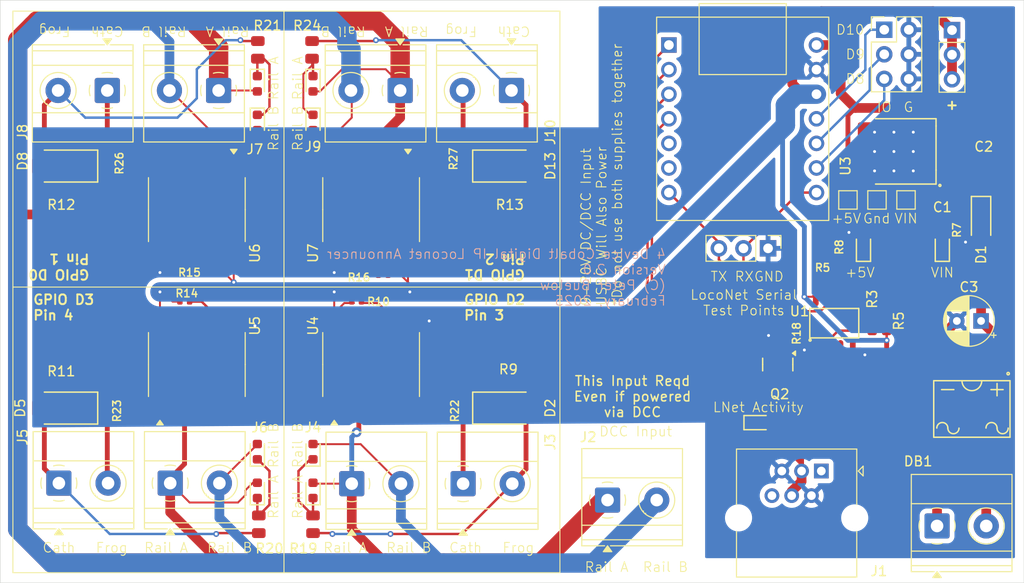
<source format=kicad_pcb>
(kicad_pcb (version 20241229) (generator "pcbnew") (generator_version "9.0")
  (layers (0 "F.Cu" signal) (2 "B.Cu" signal) (13 "F.Paste" user) (15 "B.Paste" user) (5 "F.SilkS" user "F.Silkscreen") (7 "B.SilkS" user "B.Silkscreen") (1 "F.Mask" user) (3 "B.Mask" user) (25 "Edge.Cuts" user))
  (net 0 "")
  (net 1 "GND")
  (net 2 "+3V3")
  (net 3 "+5V")
  (net 4 "DIP_STATE_1")
  (net 5 "DIP_STATE_2")
  (net 6 "DIP_STATE_3")
  (net 7 "DIP_STATE_4")
  (net 8 "Net-(J3-Pin_1)")
  (net 9 "TX")
  (net 10 "RX")
  (net 11 "Net-(U1--)")
  (net 12 "Net-(D2-Pad1)")
  (net 13 "DCC_B")
  (net 14 "DCC_A")
  (net 15 "Net-(J5-Pin_1)")
  (net 16 "Net-(D5-Pad1)")
  (net 17 "Net-(D10-Pad1)")
  (net 20 "Net-(U1-+)")
  (net 21 "Net-(D6-Pad1)")
  (net 34 "Net-(D11-Pad1)")
  (net 35 "Net-(J3-Pin_2)")
  (net 36 "Net-(J5-Pin_2)")
  (net 38 "Net-(D13-Pad1)")
  (net 39 "Net-(D14-Pad1)")
  (net 40 "Net-(D16-Pad1)")
  (net 41 "/LNET")
  (net 42 "Net-(U4-C2)")
  (net 43 "Net-(U5-C2)")
  (net 44 "Net-(U6-C2)")
  (net 45 "Net-(U7-C2)")
  (net 49 "Net-(D8-Pad1)")
  (net 50 "Net-(D12-Pad1)")
  (net 51 "Net-(Q2-B)")
  (net 52 "Net-(J13-Pin_2)")
  (net 53 "Net-(DB1-+)")
  (net 54 "Net-(J13-Pin_1)")
  (net 55 "Net-(U3-VIN)")
  (net 56 "IO1")
  (net 57 "IO2")
  (net 58 "Net-(J8-Pin_2)")
  (net 59 "Net-(J10-Pin_1)")
  (net 60 "Net-(J8-Pin_1)")
  (net 61 "Net-(J10-Pin_2)")
  (net 62 "Net-(D7-Pad1)")
  (net 63 "IO3")
  (footprint "PCM_JLCPCB:R_0603" (layer "F.Cu") (at 145.5 91.5 180)
    (property "Reference" "R13")
    (property "Value" "510Ω" (hide yes))
  )
  (footprint "PCM_JLCPCB:D_0603" (layer "F.Cu") (at 125 118.5 90)
    (property "Reference" "D10" (hide yes))
    (property "Value" "Red" (hide yes))
  )
  (footprint "Package_SO:SOP-8_6.605x9.655mm_P2.54mm" (layer "F.Cu") (at 113 109.5 90)
    (property "Reference" "U5")
    (property "Value" "6N139" (hide yes))
  )
  (footprint "Package_SO:SOP-8_6.605x9.655mm_P2.54mm" (layer "F.Cu") (at 113 93.5 -90)
    (property "Reference" "U6")
    (property "Value" "6N139" (hide yes))
  )
  (footprint "PCM_JLCPCB:D_SMA" (layer "F.Cu") (at 99.25 114 180)
    (property "Reference" "D5")
    (property "Value" "SS14" (hide yes))
  )
  (footprint "PCM_JLCPCB:R_0402" (layer "F.Cu") (at 140.5 114.5 90)
    (property "Reference" "R22")
    (property "Value" "2kΩ" (hide yes))
  )
  (footprint "PCM_JLCPCB:D_0603" (layer "F.Cu") (at 119.25 118.5 90)
    (property "Reference" "D11" (hide yes))
    (property "Value" "Red" (hide yes))
  )
  (footprint "TerminalBlock_Phoenix:TerminalBlock_Phoenix_MKDS-1,5-2-5.08_1x02_P5.08mm_Horizontal" (layer "F.Cu") (at 155.42 123.5)
    (property "Reference" "J2")
    (property "Value" "DCC IN" (hide yes))
  )
  (footprint "PCM_JLCPCB:R_0402" (layer "F.Cu") (at 140.5 88.5 -90)
    (property "Reference" "R27")
    (property "Value" "2kΩ" (hide yes))
  )
  (footprint "PCM_JLCPCB:R_0402" (layer "F.Cu") (at 103.75 88.5 -90)
    (property "Reference" "R26")
    (property "Value" "2kΩ" (hide yes))
  )
  (footprint "PCM_JLCPCB:R_0402" (layer "F.Cu") (at 177.45 100.5)
    (property "Reference" "R5")
    (property "Value" "10kΩ" (hide yes))
  )
  (footprint "PCM_JLCPCB:D_SMA" (layer "F.Cu") (at 145 114)
    (property "Reference" "D2")
    (property "Value" "SS14" (hide yes))
  )
  (footprint "PCM_JLCPCB:D_0603" (layer "F.Cu") (at 171 115.5)
    (property "Reference" "D16" (hide yes))
    (property "Value" "Yellow" (hide yes))
  )
  (footprint "PCM_JLCPCB:D_SMA" (layer "F.Cu") (at 145 89)
    (property "Reference" "D13")
    (property "Value" "SS14" (hide yes))
  )
  (footprint "TerminalBlock_Phoenix:TerminalBlock_Phoenix_MKDS-1,5-2-5.08_1x02_P5.08mm_Horizontal" (layer "F.Cu") (at 129 121.805)
    (property "Reference" "J4")
    (property "Value" "DCC1" (hide yes))
  )
  (footprint "Package_SO:SOP-8_6.605x9.655mm_P2.54mm" (layer "F.Cu") (at 131 93.5 -90)
    (property "Reference" "U7")
    (property "Value" "6N139" (hide yes))
  )
  (footprint "TerminalBlock_Phoenix:TerminalBlock_Phoenix_MKDS-1,5-2-5.08_1x02_P5.08mm_Horizontal" (layer "F.Cu") (at 110.25 121.75)
    (property "Reference" "J6")
    (property "Value" "DCC2" (hide yes))
  )
  (footprint "Connector_RJ:RJ25_Wayconn_MJEA-660X1_Horizontal" (layer "F.Cu") (at 177.5 120.5)
    (property "Reference" "J1")
    (property "Value" "RJ12" (hide yes))
  )
  (footprint "PCM_JLCPCB:Q_SOT-23" (layer "F.Cu") (at 173 109.5 -90)
    (property "Reference" "Q2")
    (property "Value" "MMBT3904" (hide yes))
  )
  (footprint "PCM_JLCPCB:R_0402" (layer "F.Cu") (at 103.75 114.5 90)
    (property "Reference" "R23")
    (property "Value" "2kΩ" (hide yes))
  )
  (footprint "PCM_JLCPCB:R_0805" (layer "F.Cu") (at 125 126 90)
    (property "Reference" "R19")
    (property "Value" "2kΩ" (hide yes))
  )
  (footprint "PCM_JLCPCB:C_0603" (layer "F.Cu") (at 190 91.75 180)
    (property "Reference" "C1")
    (property "Value" "330nF" (hide yes))
  )
  (footprint "Connector_PinHeader_2.54mm:PinHeader_1x03_P2.54mm_Vertical" (layer "F.Cu") (at 172 97.5 -90)
    (property "Reference" "J11" (hide yes))
    (property "Value" "LN Debug" (hide yes))
  )
  (footprint "PCM_JLCPCB:DBS_L8.2-W6.4-P5.10-LS10.0-BL" (layer "F.Cu") (at 193.05 114.09 180)
    (property "Reference" "DB1")
    (property "Value" "DB107S" (hide yes))
  )
  (footprint "PCM_JLCPCB:D_0603" (layer "F.Cu") (at 125 84.5 -90)
    (property "Reference" "D17" (hide yes))
    (property "Value" "Red" (hide yes))
  )
  (footprint "PCM_JLCPCB:R_0402" (layer "F.Cu") (at 132.25 100.25 180)
    (property "Reference" "R16")
    (property "Value" "4.7kΩ" (hide yes))
  )
  (footprint "PCM_JLCPCB:R_0603" (layer "F.Cu") (at 99 91.5)
    (property "Reference" "R12")
    (property "Value" "510Ω" (hide yes))
  )
  (footprint "PCM_JLCPCB:R_0402" (layer "F.Cu") (at 171 117 180)
    (property "Reference" "R25" (hide yes))
    (property "Value" "2kΩ" (hide yes))
  )
  (footprint "PCM_JLCPCB:R_0603" (layer "F.Cu") (at 177.75 111 -90)
    (property "Reference" "R2" (hide yes))
    (property "Value" "30kΩ" (hide yes))
  )
  (footprint "PCM_JLCPCB:SOIC-8_L4.9-W3.9-P1.27-LS6.0-BL" (layer "F.Cu") (at 178.84 105.23)
    (property "Reference" "U1")
    (property "Value" "LM311" (hide yes))
  )
  (footprint "TerminalBlock_Phoenix:TerminalBlock_Phoenix_MKDS-1,5-2-5.08_1x02_P5.08mm_Horizontal" (layer "F.Cu") (at 145.5 81.195 180)
    (property "Reference" "J10")
    (property "Value" "FROG4" (hide yes))
  )
  (footprint "PCM_JLCPCB:D_0603" (layer "F.Cu") (at 119.25 84.5 -90)
    (property "Reference" "D14" (hide yes))
    (property "Value" "Red" (hide yes))
  )
  (footprint "PCM_JLCPCB:R_0402" (layer "F.Cu") (at 180.355 97.355 90)
    (property "Reference" "R8")
    (property "Value" "1kΩ" (hide yes))
  )
  (footprint "PCM_JLCPCB:R_0805" (layer "F.Cu") (at 119.3 77 -90)
    (property "Reference" "R21")
    (property "Value" "2kΩ" (hide yes))
  )
  (footprint "PCM_JLCPCB:D_0603" (layer "F.Cu") (at 119.25 80.5 -90)
    (property "Reference" "D9" (hide yes))
    (property "Value" "Green" (hide yes))
  )
  (footprint "PCM_JLCPCB:D_SMA" (layer "F.Cu") (at 99.25 89 180)
    (property "Reference" "D8")
    (property "Value" "SS14" (hide yes))
  )
  (footprint "Capacitor_THT:CP_Radial_D5.0mm_P2.50mm" (layer "F.Cu") (at 194 105 180)
    (property "Reference" "C3")
    (property "Value" "100uf" (hide yes))
  )
  (footprint "TerminalBlock_Phoenix:TerminalBlock_Phoenix_MKDS-1,5-2-5.08_1x02_P5.08mm_Horizontal" (layer "F.Cu") (at 103.75 81.195 180)
    (property "Reference" "J8")
    (property "Value" "FROG3" (hide yes))
  )
  (footprint "TestPoint:TestPoint_Pad_1.5x1.5mm" (layer "F.Cu") (at 183.25 92.5)
    (property "Reference" "TP3" (hide yes))
    (property "Value" "Ground" (hide yes))
  )
  (footprint "Connector_PinHeader_2.54mm:PinHeader_1x03_P2.54mm_Vertical" (layer "F.Cu") (at 191 74.96)
    (property "Reference" "J15" (hide yes))
    (property "Value" "Power" (hide yes))
  )
  (footprint "TestPoint:TestPoint_Pad_1.5x1.5mm" (layer "F.Cu") (at 186.25 92.5)
    (property "Reference" "TP1" (hide yes))
    (property "Value" "+12V" (hide yes))
  )
  (footprint "TerminalBlock_Phoenix:TerminalBlock_Phoenix_MKDS-1,5-2-5.08_1x02_P5.08mm_Horizontal" (layer "F.Cu") (at 140.5 121.805)
    (property "Reference" "J3")
    (property "Value" "FROG1" (hide yes))
  )
  (footprint "PCM_JLCPCB:R_0603" (layer "F.Cu") (at 145 111.5 180)
    (property "Reference" "R9")
    (property "Value" "510Ω" (hide yes))
  )
  (footprint "PCM_JLCPCB:R_0402" (layer "F.Cu") (at 129.5 103)
    (property "Reference" "R10")
    (property "Value" "4.7kΩ" (hide yes))
  )
  (footprint "PCM_JLCPCB:R_0603" (layer "F.Cu") (at 184.25 105.25 90)
    (property "Reference" "R5")
    (property "Value" "10kΩ" (hide yes))
  )
  (footprint "TestPoint:TestPoint_Pad_1.5x1.5mm" (layer "F.Cu") (at 180.25 92.5)
    (property "Reference" "TP2" (hide yes))
    (property "Value" "+5V" (hide yes))
  )
  (footprint "PCM_JLCPCB:R_0603" (layer "F.Cu") (at 179.25 111 -90)
    (property "Reference" "R6" (hide yes))
    (property "Value" "12kΩ" (hide yes))
  )
  (footprint "PCM_JLCPCB:D_0603" (layer "F.Cu") (at 181.855 97.355 90)
    (property "Reference" "D7" (hide yes))
    (property "Value" "Blue" (hide yes))
  )
  (footprint "PCM_JLCPCB:D_0603" (layer "F.Cu") (at 125 122.5 90)
    (property "Reference" "D3" (hide yes))
    (property "Value" "Green" (hide yes))
  )
  (footprint "PCM_JLCPCB:R_0805" (layer "F.Cu") (at 124.9 77 -90)
    (property "Reference" "R24")
    (property "Value" "2kΩ" (hide yes))
  )
  (footprint "PCM_JLCPCB:R_0603" (layer "F.Cu") (at 182.75 105.25 90)
    (property "Reference" "R3")
    (property "Value" "330kΩ" (hide yes))
  )
  (footprint "TerminalBlock_Phoenix:TerminalBlock_Phoenix_MKDS-1,5-2-5.08_1x02_P5.08mm_Horizontal" (layer "F.Cu") (at 115.25 81.195 180)
    (property "Reference" "J7")
    (property "Value" "DCC3" (hide yes))
  )
  (footprint "PCM_JLCPCB:D_0603" (layer "F.Cu") (at 125 80.5 -90)
    (property "Reference" "D12" (hide yes))
    (property "Value" "Green" (hide yes))
  )
  (footprint "PCM_JLCPCB:R_0603" (layer "F.Cu") (at 176.25 111 90)
    (property "Reference" "R1" (hide yes))
    (property "Value" "91kΩ" (hide yes))
  )
  (footprint "PCM_JLCPCB:R_0805" (layer "F.Cu") (at 119.4 126 90)
    (property "Reference" "R20")
    (property "Value" "2kΩ" (hide yes))
  )
  (footprint "PCM_JLCPCB:TO-252-2_L6.5-W6.1-P4.58-LS10.0-TL" (layer "F.Cu") (at 188 87.5 180)
    (property "Reference" "U3")
    (property "Value" "L78M05ABDT-TR" (hide yes))
  )
  (footprint "PCM_JLCPCB:D_SOD-123" (layer "F.Cu") (at 194 94.5 -90)
    (property "Reference" "D1")
    (property "Value" "RB160M-30" (hide yes))
  )
  (footprint "PCM_JLCPCB:D_0603" (layer "F.Cu") (at 119.25 122.5 90)
    (property "Reference" "D4" (hide yes))
    (property "Value" "Green" (hide yes))
  )
  (footprint "PCM_JLCPCB:R_0603" (layer "F.Cu") (at 99 111.5)
    (property "Reference" "R11")
    (property "Value" "510Ω" (hide yes))
  )
  (footprint "PCM_JLCPCB:R_0402" (layer "F.Cu") (at 114.5 100 180)
    (property "Reference" "R15")
    (property "Value" "4.7kΩ" (hide yes))
  )
  (footprint "PCM_JLCPCB:R_0603" (layer "F.Cu") (at 180.75 111 90)
    (property "Reference" "R4" (hide yes))
    (property "Value" "27kΩ" (hide yes))
  )
  (footprint "Connector_PinHeader_2.54mm:PinHeader_2x03_P2.54mm_Vertical" (layer "F.Cu") (at 184 74.92)
    (property "Reference" "J14" (hide yes))
    (property "Value" "IO" (hide yes))
  )
  (footprint "TerminalBlock_Phoenix:TerminalBlock_Phoenix_MKDS-1,5-2-5.08_1x02_P5.08mm_Horizontal" (layer "F.Cu") (at 189.455 126.1725)
    (property "Reference" "J13" (hide yes))
    (property "Value" "Input voltage" (hide yes))
  )
  (footprint "PCM_JLCPCB:R_0402" (layer "F.Cu") (at 111.75 103)
    (property "Reference" "R14")
    (property "Value" "4.7kΩ" (hide yes))
  )
  (footprint "PCM_JLCPCB:R_0402" (layer "F.Cu") (at 191.5 97.355 90)
    (property "Reference" "R7")
    (property "Value" "1kΩ" (hide yes))
  )
  (footprint "PCM_JLCPCB:D_0603" (layer "F.Cu") (at 190 97.355 90)
    (property "Reference" "D6" (hide yes))
    (property "Value" "Green" (hide yes))
  )
  (footprint "Personal:MOUDLE14P-2.54-21X17.8MM" (layer "F.Cu") (at 169.38 84.12 90)
    (property "Reference" "U2" (hide yes))
    (property "Value" "MOUDLE-SEEEDUINO-XIAO" (hide yes))
  )
  (footprint "TerminalBlock_Phoenix:TerminalBlock_Phoenix_MKDS-1,5-2-5.08_1x02_P5.08mm_Horizontal" (layer "F.Cu") (at 134 81.195 180)
    (property "Reference" "J9")
    (property "Value" "DCC4" (hide yes))
  )
  (footprint "PCM_JLCPCB:C_0603" (layer "F.Cu") (at 192 87 180)
    (property "Reference" "C2")
    (property "Value" "100nF" (hide yes))
  )
  (footprint "PCM_JLCPCB:R_0402" (layer "F.Cu") (at 173.95 106.5 90)
    (property "Reference" "R18")
    (property "Value" "2kΩ" (hide yes))
  )
  (footprint "TerminalBlock_Phoenix:TerminalBlock_Phoenix_MKDS-1,5-2-5.08_1x02_P5.08mm_Horizontal" (layer "F.Cu") (at 98.75 121.75)
    (property "Reference" "J5")
    (property "Value" "FROG2" (hide yes))
  )
  (footprint "Package_SO:SOP-8_6.605x9.655mm_P2.54mm" (layer "F.Cu") (at 131 109.5 90)
    (property "Reference" "U4")
    (property "Value" "6N139" (hide yes))
  )
  (gr_line (start 150.5 101.5) (end 150.5 73) (stroke (width 0.1)) (layer "F.SilkS"))
  (gr_line (start 122 73) (end 122 101.5) (stroke (width 0.1)) (layer "F.SilkS"))
  (gr_line (start 150.5 131) (end 122 131) (stroke (width 0.1)) (layer "F.SilkS"))
  (gr_line (start 150.5 73) (end 94 73) (stroke (width 0.1)) (layer "F.SilkS"))
  (gr_line (start 122 101.5) (end 150.5 101.5) (stroke (width 0.1)) (layer "F.SilkS"))
  (gr_line (start 122 131) (end 122 101.5) (stroke (width 0.1)) (layer "F.SilkS"))
  (gr_line (start 94 73) (end 94 101.5) (stroke (width 0.1)) (layer "F.SilkS"))
  (gr_line (start 94 101.5) (end 94 131) (stroke (width 0.1)) (layer "F.SilkS"))
  (gr_line (start 122 101.5) (end 94 101.5) (stroke (width 0.1)) (layer "F.SilkS"))
  (gr_line (start 150.5 101.5) (end 150.5 131) (stroke (width 0.1)) (layer "F.SilkS"))
  (gr_line (start 94 131) (end 122 131) (stroke (width 0.1)) (layer "F.SilkS"))
  (gr_rect (start 92.694 71.874) (end 198.43 132.048) (stroke (width 0.05)) (fill no) (layer "Edge.Cuts"))
  (gr_text "LocoNet Serial\nTest Points" (at 169.5 104.5 0) (layer "F.SilkS") (effects (font (size 1 1) (thickness 0.1)) (justify bottom)))
  (gr_text "Cath" (at 147.5 74.5 180) (layer "F.SilkS") (effects (font (size 1 1) (thickness 0.1)) (justify left bottom)))
  (gr_text "Rail A" (at 153 131 0) (layer "F.SilkS") (effects (font (size 1 1) (thickness 0.1)) (justify left bottom)))
  (gr_text "Rail B" (at 112 74.5 180) (layer "F.SilkS") (effects (font (size 1 1) (thickness 0.1)) (justify left bottom)))
  (gr_text "Gnd" (at 181.75 95 0) (layer "F.SilkS") (effects (font (size 1 1) (thickness 0.1)) (justify left bottom)))
  (gr_text "Rail B" (at 130.5 74.5 180) (layer "F.SilkS") (effects (font (size 1 1) (thickness 0.1)) (justify left bottom)))
  (gr_text "9-20V DC/DCC Input\nUSBC Will Also Power\n*Do not use both supplies together" (at 157 103.5 90) (layer "F.SilkS") (effects (font (size 1 1) (thickness 0.1)) (justify left bottom)))
  (gr_text "+5V" (at 181.5 100 0) (layer "F.SilkS") (effects (font (size 1 1) (thickness 0.1))))
  (gr_text "Rail B" (at 124 87.5 90) (layer "F.SilkS") (effects (font (size 1 1) (thickness 0.1)) (justify left bottom)))
  (gr_text "Rail B" (at 159 131 0) (layer "F.SilkS") (effects (font (size 1 1) (thickness 0.1)) (justify left bottom)))
  (gr_text "Frog" (at 142 74.5 180) (layer "F.SilkS") (effects (font (size 1 1) (thickness 0.1)) (justify left bottom)))
  (gr_text "Rail A" (at 137 74.5 180) (layer "F.SilkS") (effects (font (size 1 1) (thickness 0.1)) (justify left bottom)))
  (gr_text "Frog" (at 144.5 129 0) (layer "F.SilkS") (effects (font (size 1 1) (thickness 0.1)) (justify left bottom)))
  (gr_text "Rail A" (at 118.5 74.5 180) (layer "F.SilkS") (effects (font (size 1 1) (thickness 0.1)) (justify left bottom)))
  (gr_text "VIN" (at 190 100 0) (layer "F.SilkS") (effects (font (size 1 1) (thickness 0.1))))
  (gr_text "Rail A" (at 124 125.5 90) (layer "F.SilkS") (effects (font (size 1 1) (thickness 0.1)) (justify left bottom)))
  (gr_text "Cath" (at 105.5 74.5 180) (layer "F.SilkS") (effects (font (size 1 1) (thickness 0.1)) (justify left bottom)))
  (gr_text "Rail A" (at 126 129 0) (layer "F.SilkS") (effects (font (size 1 1) (thickness 0.1)) (justify left bottom)))
  (gr_text "Rail B" (at 114 129 0) (layer "F.SilkS") (effects (font (size 1 1) (thickness 0.1)) (justify left bottom)))
  (gr_text "Cath" (at 97 129 0) (layer "F.SilkS") (effects (font (size 1 1) (thickness 0.1)) (justify left bottom)))
  (gr_text "RX" (at 168.5 101 0) (layer "F.SilkS") (effects (font (size 1 1) (thickness 0.1)) (justify left bottom)))
  (gr_text "D9" (at 181 77.46 0) (layer "F.SilkS") (effects (font (size 1 1) (thickness 0.1))))
  (gr_text "+" (at 191 83.25 0) (layer "F.SilkS") (effects (font (size 1 1) (thickness 0.2) (bold yes)) (justify bottom)))
  (gr_text "Rail A" (at 121.5 125.5 90) (layer "F.SilkS") (effects (font (size 1 1) (thickness 0.1)) (justify left bottom)))
  (gr_text "Rail B" (at 121.5 87.5 90) (layer "F.SilkS") (effects (font (size 1 1) (thickness 0.1)) (justify left bottom)))
  (gr_text "IO" (at 184 83.5 0) (layer "F.SilkS") (effects (font (size 1 1) (thickness 0.1)) (justify bottom)))
  (gr_text "Rail B" (at 132.5 129 0) (layer "F.SilkS") (effects (font (size 1 1) (thickness 0.1)) (justify left bottom)))
  (gr_text "Rail A" (at 124 82.25 90) (layer "F.SilkS") (effects (font (size 1 1) (thickness 0.1)) (justify left bottom)))
  (gr_text "GND" (at 170.5 101 0) (layer "F.SilkS") (effects (font (size 1 1) (thickness 0.1)) (justify left bottom)))
  (gr_text "GPIO D0\nPin 1" (at 102 98 180) (layer "F.SilkS") (effects (font (size 1 1) (thickness 0.2) (bold yes)) (justify left bottom)))
  (gr_text "D8" (at 181 80 0) (layer "F.SilkS") (effects (font (size 1 1) (thickness 0.1))))
  (gr_text "GPIO D2\nPin 3" (at 140.5 105 0) (layer "F.SilkS") (effects (font (size 1 1) (thickness 0.2) (bold yes)) (justify left bottom)))
  (gr_text "G" (at 186.5 83.5 0) (layer "F.SilkS") (effects (font (size 1 1) (thickness 0.1)) (justify bottom)))
  (gr_text "TX" (at 166 101 0) (layer "F.SilkS") (effects (font (size 1 1) (thickness 0.1)) (justify left bottom)))
  (gr_text "Rail B" (at 121.5 120.25 90) (layer "F.SilkS") (effects (font (size 1 1) (thickness 0.1)) (justify left bottom)))
  (gr_text "+5V" (at 178.5 95 0) (layer "F.SilkS") (effects (font (size 1 1) (thickness 0.1)) (justify left bottom)))
  (gr_text "Frog" (at 102.5 129 0) (layer "F.SilkS") (effects (font (size 1 1) (thickness 0.1)) (justify left bottom)))
  (gr_text "Rail A" (at 121.5 82.25 90) (layer "F.SilkS") (effects (font (size 1 1) (thickness 0.1)) (justify left bottom)))
  (gr_text "VIN" (at 185 95 0) (layer "F.SilkS") (effects (font (size 1 1) (thickness 0.1)) (justify left bottom)))
  (gr_text "GPIO D3\nPin 4" (at 96 105 0) (layer "F.SilkS") (effects (font (size 1 1) (thickness 0.2) (bold yes)) (justify left bottom)))
  (gr_text "D10" (at 182 74.92 0) (layer "F.SilkS") (effects (font (size 1 1) (thickness 0.1)) (justify right)))
  (gr_text "Rail B" (at 124 120.25 90) (layer "F.SilkS") (effects (font (size 1 1) (thickness 0.1)) (justify left bottom)))
  (gr_text "GPIO D1\nPin 2" (at 147 98 180) (layer "F.SilkS") (effects (font (size 1 1) (thickness 0.2) (bold yes)) (justify left bottom)))
  (gr_text "LNet Activity" (at 171 114.5 0) (layer "F.SilkS") (effects (font (size 1 1) (thickness 0.1)) (justify bottom)))
  (gr_text "Rail A" (at 107.5 129 0) (layer "F.SilkS") (effects (font (size 1 1) (thickness 0.1)) (justify left bottom)))
  (gr_text "Cath" (at 139 129 0) (layer "F.SilkS") (effects (font (size 1 1) (thickness 0.1)) (justify left bottom)))
  (gr_text "DCC Input" (at 154.5 117 0) (layer "F.SilkS") (effects (font (size 1 1) (thickness 0.1)) (justify left bottom)))
  (gr_text "Frog" (at 100 74.5 180) (layer "F.SilkS") (effects (font (size 1 1) (thickness 0.1)) (justify left bottom)))
  (gr_text "This Input Reqd\nEven if powered\nvia DCC" (at 158 115 0) (layer "F.SilkS") (effects (font (size 1 1)) (justify bottom)))
  (gr_text "4 Device Cobalt Digital IP Loconet Announcer\nVersion 2.0\n(C) Peter Buelow\nFebruary, 2025" (at 161.5 103.5 0) (layer "B.SilkS") (effects (font (size 1 1) (thickness 0.1)) (justify left bottom mirror)))
  (segment (start 188.79 91.75) (end 184.52 87.48) (width 0.25) (layer "F.Cu") (net 1))
  (segment (start 176.61 108) (end 176.84 107.77) (width 0.2) (layer "F.Cu") (net 1))
  (segment (start 171.5 118.58) (end 173.42 120.5) (width 0.25) (layer "F.Cu") (net 1))
  (segment (start 177.75 111.82) (end 179.25 111.82) (width 0.2) (layer "F.Cu") (net 1))
  (segment (start 175.75 108) (end 176.61 108) (width 0.2) (layer "F.Cu") (net 1))
  (segment (start 181.5 108) (end 182 108.5) (width 0.5) (layer "F.Cu") (net 1))
  (segment (start 116.81 105.15) (end 118.65 105.15) (width 0.2) (layer "F.Cu") (net 1))
  (segment (start 127.19 100) (end 127.19 97.85) (width 0.2) (layer "F.Cu") (net 1))
  (segment (start 189.22 91.75) (end 188.79 91.75) (width 0.25) (layer "F.Cu") (net 1))
  (segment (start 177.75 112.25) (end 178.5 113) (width 0.2) (layer "F.Cu") (net 1))
  (segment (start 180.89 108) (end 180.66 107.77) (width 0.2) (layer "F.Cu") (net 1))
  (segment (start 180.355 96.855) (end 180.355 95.855) (width 0.2) (layer "F.Cu") (net 1))
  (segment (start 137 105) (end 136.85 105.15) (width 0.2) (layer "F.Cu") (net 1))
  (segment (start 185 87) (end 184.52 87.48) (width 0.5) (layer "F.Cu") (net 1))
  (segment (start 190.5 109.68) (end 190.5 106) (width 1) (layer "F.Cu") (net 1))
  (segment (start 180.75 108) (end 181.5 108) (width 0.5) (layer "F.Cu") (net 1))
  (segment (start 177.75 111.82) (end 177.75 112.25) (width 0.2) (layer "F.Cu") (net 1))
  (segment (start 109.19 97.85) (end 109.19 100) (width 0.2) (layer "F.Cu") (net 1))
  (segment (start 183.25 92.5) (end 183.25 88.75) (width 0.5) (layer "F.Cu") (net 1))
  (segment (start 191.5 96.855) (end 192.395 96.855) (width 0.25) (layer "F.Cu") (net 1))
  (segment (start 190.5 106) (end 191.5 105) (width 1) (layer "F.Cu") (net 1))
  (segment (start 178.5 113) (end 187.18 113) (width 0.2) (layer "F.Cu") (net 1))
  (segment (start 136.85 105.15) (end 134.81 105.15) (width 0.2) (layer "F.Cu") (net 1))
  (segment (start 187.18 113) (end 190.5 109.68) (width 0.2) (layer "F.Cu") (net 1))
  (segment (start 191.22 87) (end 185 87) (width 0.5) (layer "F.Cu") (net 1))
  (segment (start 118.65 105.15) (end 119 105.5) (width 0.2) (layer "F.Cu") (net 1))
  (segment (start 172.05 106.5) (end 172.05 108.56) (width 0.5) (layer "F.Cu") (net 1))
  (segment (start 183.25 88.75) (end 184.52 87.48) (width 0.5) (layer "F.Cu") (net 1))
  (segment (start 171.5 118.58) (end 171.5 117) (width 0.25) (layer "F.Cu") (net 1))
  (via (at 182 108.5) (size 0.6) (drill 0.3) (layers "F.Cu" "B.Cu") (net 1))
  (via (at 127.19 100) (size 0.6) (drill 0.3) (layers "F.Cu" "B.Cu") (net 1))
  (via (at 180.355 95.855) (size 0.6) (drill 0.3) (layers "F.Cu" "B.Cu") (net 1))
  (via (at 175.75 108) (size 0.6) (drill 0.3) (layers "F.Cu" "B.Cu") (net 1))
  (via (at 119 105.5) (size 0.6) (drill 0.3) (layers "F.Cu" "B.Cu") (net 1))
  (via (at 192.395 96.855) (size 0.6) (drill 0.3) (layers "F.Cu" "B.Cu") (net 1))
  (via (at 172.05 106.5) (size 0.6) (drill 0.3) (layers "F.Cu" "B.Cu") (net 1))
  (via (at 137 105) (size 0.6) (drill 0.3) (layers "F.Cu" "B.Cu") (net 1))
  (via (at 109.19 100) (size 0.6) (drill 0.3) (layers "F.Cu" "B.Cu") (net 1))
  (segment (start 109.19 102) (end 109.19 105.15) (width 0.2) (layer "F.Cu") (net 2))
  (segment (start 127.42 103.96) (end 128.23 103.15) (width 0.2) (layer "F.Cu") (net 2))
  (segment (start 191 77.5) (end 191 80.04) (width 1) (layer "F.Cu") (net 2))
  (segment (start 175.58 81.58) (end 174.5 80.5) (width 1) (layer "F.Cu") (net 2))
  (segment (start 176.84 102.23) (end 176.84 100.61) (width 0.2) (layer "F.Cu") (net 2))
  (segment (start 174.5 80.5) (end 174.5 76) (width 1) (layer "F.Cu") (net 2))
  (segment (start 110.5 103) (end 111.25 103) (width 0.2) (layer "F.Cu") (net 2))
  (segment (start 189.04 73) (end 191 74.96) (width 1) (layer "F.Cu") (net 2))
  (segment (start 128.23 103.15) (end 129.23 103.15) (width 0.2) (layer "F.Cu") (net 2))
  (segment (start 115.81 100) (end 115 100) (width 0.2) (layer "F.Cu") (net 2))
  (segment (start 116.81 101) (end 115.81 100) (width 0.2) (layer "F.Cu") (net 2))
  (segment (start 175.75 102.5) (end 176.57 102.5) (width 0.2) (layer "F.Cu") (net 2))
  (segment (start 176.84 100.61) (end 176.95 100.5) (width 0.2) (layer "F.Cu") (net 2))
  (segment (start 109.5 102) (end 110.5 103) (width 0.2) (layer "F.Cu") (net 2))
  (segment (start 184.25 109.75) (end 184.25 107) (width 0.5) (layer "F.Cu") (net 2))
  (segment (start 177 81.58) (end 175.58 81.58) (width 1) (layer "F.Cu") (net 2))
  (segment (start 127.42 105.3) (end 127.42 103.96) (width 0.2) (layer "F.Cu") (net 2))
  (segment (start 109.19 105.15) (end 109.42 104.92) (width 0.2) (layer "F.Cu") (net 2))
  (segment (start 109.19 102) (end 109.5 102) (width 0.2) (layer "F.Cu") (net 2))
  (segment (start 127.19 102) (end 127.19 105.15) (width 0.2) (layer "F.Cu") (net 2))
  (segment (start 135 102) (end 135 101.19) (width 0.2) (layer "F.Cu") (net 2))
  (segment (start 174.5 76) (end 177.5 73) (width 1) (layer "F.Cu") (net 2))
  (segment (start 134.81 101.81) (end 135 102) (width 0.2) (layer "F.Cu") (net 2))
  (segment (start 182.18 111.82) (end 184.25 109.75) (width 0.5) (layer "F.Cu") (net 2))
  (segment (start 184.25 106.07) (end 184.25 107) (width 0.25) (layer "F.Cu") (net 2))
  (segment (start 134.81 97.85) (end 134.81 101.81) (width 0.2) (layer "F.Cu") (net 2))
  (segment (start 191 74.96) (end 191 77.5) (width 1) (layer "F.Cu") (net 2))
  (segment (start 134.06 100.25) (end 132.75 100.25) (width 0.2) (layer "F.Cu") (net 2))
  (segment (start 116.81 97.85) (end 116.81 101) (width 0.2) (layer "F.Cu") (net 2))
  (segment (start 135 101.19) (end 134.06 100.25) (width 0.2) (layer "F.Cu") (net 2))
  (segment (start 177.5 73) (end 189.04 73) (width 1) (layer "F.Cu") (net 2))
  (segment (start 180.75 111.82) (end 182.18 111.82) (width 0.5) (layer "F.Cu") (net 2))
  (segment (start 176.57 102.5) (end 176.84 102.23) (width 0.2) (layer "F.Cu") (net 2))
  (via (at 184.25 107) (size 0.6) (drill 0.3) (layers "F.Cu" "B.Cu") (net 2))
  (via (at 175.75 102.5) (size 0.6) (drill 0.3) (layers "F.Cu" "B.Cu") (net 2))
  (via (at 127.19 102) (size 0.6) (drill 0.3) (layers "F.Cu" "B.Cu") (net 2))
  (via (at 109.19 102) (size 0.6) (drill 0.3) (layers "F.Cu" "B.Cu") (net 2))
  (via (at 116.81 101) (size 0.6) (drill 0.3) (layers "F.Cu" "B.Cu") (net 2))
  (via (at 135 102) (size 0.6) (drill 0.3) (layers "F.Cu" "B.Cu") (net 2))
  (segment (start 173.79 84.79) (end 156.58 102) (width 2) (layer "B.Cu") (net 2))
  (segment (start 174.92 81.58) (end 177 81.58) (width 2) (layer "B.Cu") (net 2))
  (segment (start 173.5 85.08) (end 173.5 93) (width 0.5) (layer "B.Cu") (net 2))
  (segment (start 173.79 82.71) (end 174.92 81.58) (width 2) (layer "B.Cu") (net 2))
  (segment (start 180.25 107) (end 184.25 107) (width 0.5) (layer "B.Cu") (net 2))
  (segment (start 175.75 102.5) (end 180.25 107) (width 0.5) (layer "B.Cu") (net 2))
  (segment (start 175.75 95.25) (end 175.75 102.5) (width 0.5) (layer "B.Cu") (net 2))
  (segment (start 156.58 102) (end 109.19 102) (width 2) (layer "B.Cu") (net 2))
  (segment (start 173.5 93) (end 175.75 95.25) (width 0.5) (layer "B.Cu") (net 2))
  (segment (start 173.5 85.08) (end 173.79 84.79) (width 2) (layer "B.Cu") (net 2))
  (segment (start 173.79 84.79) (end 173.79 82.71) (width 2) (layer "B.Cu") (net 2))
  (segment (start 180.25 92.5) (end 180.25 83.75) (width 0.5) (layer "F.Cu") (net 3))
  (segment (start 190 83) (end 191.48 84.48) (width 1) (layer "F.Cu") (net 3))
  (segment (start 191.48 85.21) (end 192.21 85.21) (width 0.5) (layer "F.Cu") (net 3))
  (segment (start 192.78 85.78) (end 192.78 87) (width 0.5) (layer "F.Cu") (net 3))
  (segment (start 191.48 84.48) (end 191.48 85.21) (width 1) (layer "F.Cu") (net 3))
  (segment (start 181.855 94.105) (end 181.855 96.565) (width 0.5) (layer "F.Cu") (net 3))
  (segment (start 177 76.5) (end 178.5 76.5) (width 1) (layer "F.Cu") (net 3))
  (segment (start 179.5 77.5) (end 179.5 81.5) (width 1) (layer "F.Cu") (net 3))
  (segment (start 192.21 85.21) (end 192.78 85.78) (width 0.5) (layer "F.Cu") (net 3))
  (segment (start 180.25 83.75) (end 181 83) (width 0.5) (layer "F.Cu") (net 3))
  (segment (start 179.5 81.5) (end 181 83) (width 1) (layer "F.Cu") (net 3))
  (segment (start 178.5 76.5) (end 179.5 77.5) (width 1) (layer "F.Cu") (net 3))
  (segment (start 180.25 92.5) (end 181.855 94.105) (width 0.5) (layer "F.Cu") (net 3))
  (segment (start 181 83) (end 190 83) (width 1) (layer "F.Cu") (net 3))
  (segment (start 159.549 103.451) (end 159.549 83.791) (width 0.25) (layer "F.Cu") (net 4))
  (segment (start 159.549 83.791) (end 161.76 81.58) (width 0.25) (layer "F.Cu") (net 4))
  (segment (start 132.27 106.27) (end 133.5 107.5) (width 0.25) (layer "F.Cu") (net 4))
  (segment (start 155.5 107.5) (end 159.549 103.451) (width 0.25) (layer "F.Cu") (net 4))
  (segment (start 131.73 103.15) (end 130.23 103.15) (width 0.2) (layer "F.Cu") (net 4))
  (segment (start 132.27 105.15) (end 132.27 106.27) (width 0.25) (layer "F.Cu") (net 4))
  (segment (start 133.5 107.5) (end 155.5 107.5) (width 0.25) (layer "F.Cu") (net 4))
  (segment (start 132.5 103.92) (end 131.73 103.15) (width 0.2) (layer "F.Cu") (net 4))
  (segment (start 132.5 105.3) (end 132.5 103.92) (width 0.2) (layer "F.Cu") (net 4))
  (segment (start 113.5 103) (end 114.27 103.77) (width 0.25) (layer "F.Cu") (net 5))
  (segment (start 115 108) (end 156 108) (width 0.25) (layer "F.Cu") (net 5))
  (segment (start 160 104) (end 160 85.88) (width 0.25) (layer "F.Cu") (net 5))
  (segment (start 114.27 104.27) (end 114.27 105.15) (width 0.2) (layer "F.Cu") (net 5))
  (segment (start 112.25 103) (end 113.5 103) (width 0.25) (layer "F.Cu") (net 5))
  (segment (start 156 108) (end 160 104) (width 0.25) (layer "F.Cu") (net 5))
  (segment (start 160 85.88) (end 161.76 84.12) (width 0.25) (layer "F.Cu") (net 5))
  (segment (start 114.27 107.27) (end 115 108) (width 0.25) (layer "F.Cu") (net 5))
  (segment (start 114.27 103.77) (end 114.27 105.15) (width 0.25) (layer "F.Cu") (net 5))
  (segment (start 114.27 105.15) (end 114.27 107.27) (width 0.25) (layer "F.Cu") (net 5))
  (segment (start 114 100) (end 112.5 100) (width 0.2) (layer "F.Cu") (net 6))
  (segment (start 111.73 96.27) (end 113 95) (width 0.25) (layer "F.Cu") (net 6))
  (segment (start 111.73 99.23) (end 111.73 97.85) (width 0.2) (layer "F.Cu") (net 6))
  (segment (start 151.5 95) (end 158.5 88) (width 0.25) (layer "F.Cu") (net 6))
  (segment (start 158.5 88) (end 158.5 79.76) (width 0.25) (layer "F.Cu") (net 6))
  (segment (start 158.5 79.76) (end 161.76 76.5) (width 0.25) (layer "F.Cu") (net 6))
  (segment (start 112.5 100) (end 111.73 99.23) (width 0.2) (layer "F.Cu") (net 6))
  (segment (start 111.73 97.85) (end 111.73 96.27) (width 0.25) (layer "F.Cu") (net 6))
  (segment (start 113 95) (end 151.5 95) (width 0.25) (layer "F.Cu") (net 6))
  (segment (start 129.73 96.77) (end 131 95.5) (width 0.25) (layer "F.Cu") (net 7))
  (segment (start 159.098 88.402) (end 159.098 81.702) (width 0.25) (layer "F.Cu") (net 7))
  (segment (start 159.098 81.702) (end 161.76 79.04) (width 0.25) (layer "F.Cu") (net 7))
  (segment (start 130.75 100.25) (end 131.75 100.25) (width 0.2) (layer "F.Cu") (net 7))
  (segment (start 129.73 97.85) (end 129.73 99.23) (width 0.2) (layer "F.Cu") (net 7))
  (segment (start 129.73 99.23) (end 130.75 100.25) (width 0.2) (layer "F.Cu") (net 7))
  (segment (start 131 95.5) (end 152 95.5) (width 0.25) (layer "F.Cu") (net 7))
  (segment (start 129.73 97.85) (end 129.73 96.77) (width 0.25) (layer "F.Cu") (net 7))
  (segment (start 152 95.5) (end 159.098 88.402) (width 0.25) (layer "F.Cu") (net 7))
  (segment (start 140.5 115) (end 140.5 121.805) (width 0.5) (layer "F.Cu") (net 8))
  (segment (start 166.92 96.9) (end 166.92 97.5) (width 0.25) (layer "F.Cu") (net 9))
  (segment (start 173.95 105.7) (end 173.95 106) (width 0.25) (layer "F.Cu") (net 9))
  (segment (start 161.76 91.74) (end 166.92 96.9) (width 0.25) (layer "F.Cu") (net 9))
  (segment (start 166.92 98.67) (end 173.95 105.7) (width 0.25) (layer "F.Cu") (net 9))
  (segment (start 166.92 97.5) (end 166.92 98.67) (width 0.25) (layer "F.Cu") (net 9))
  (segment (start 177.39 104) (end 178.2 103.19) (width 0.25) (layer "F.Cu") (net 10))
  (segment (start 178.11 102.23) (end 178.11 103.27) (width 0.2) (layer "F.Cu") (net 10))
  (segment (start 178.11 102.23) (end 178.11 100.66) (width 0.2) (layer "F.Cu") (net 10))
  (segment (start 175.22 91.74) (end 177 91.74) (width 0.25) (layer "F.Cu") (net 10))
  (segment (start 178.11 100.66) (end 177.95 100.5) (width 0.2) (layer "F.Cu") (net 10))
  (segment (start 169.46 97.5) (end 169.46 99.46) (width 0.25) (layer "F.Cu") (net 10))
  (segment (start 178.11 102.23) (end 178.11 102.96) (width 0.2) (layer "F.Cu") (net 10))
  (segment (start 169.46 97.5) (end 175.22 91.74) (width 0.25) (layer "F.Cu") (net 10))
  (segment (start 174 104) (end 175.5 104) (width 0.25) (layer "F.Cu") (net 10))
  (segment (start 179.37 104.36) (end 182.75 104.36) (width 0.25) (layer "F.Cu") (net 10))
  (segment (start 175.5 104) (end 177.39 104) (width 0.25) (layer "F.Cu") (net 10))
  (segment (start 170 100) (end 174 104) (width 0.25) (layer "F.Cu") (net 10))
  (segment (start 178.2 103.19) (end 179.37 104.36) (width 0.25) (layer "F.Cu") (net 10))
  (segment (start 169.46 99.46) (end 170 100) (width 0.25) (layer "F.Cu") (net 10))
  (segment (start 178.2 103.19) (end 178.2 102.46) (width 0.25) (layer "F.Cu") (net 10))
  (segment (start 182.75 104.43) (end 184.25 104.43) (width 0.25) (layer "F.Cu") (net 10))
  (segment (start 179.48 108) (end 179.48 109.95) (width 0.25) (layer "F.Cu") (net 11))
  (segment (start 179.25 110.18) (end 180.75 110.18) (width 0.25) (layer "F.Cu") (net 11))
  (segment (start 179.48 109.95) (end 179.25 110.18) (width 0.25) (layer "F.Cu") (net 11))
  (segment (start 179.48 108.91) (end 180.75 110.18) (width 0.25) (layer "F.Cu") (net 11))
  (segment (start 179.48 108) (end 179.48 108.91) (width 0.25) (layer "F.Cu") (net 11))
  (segment (start 143 114) (end 140.5 114) (width 0.5) (layer "F.Cu") (net 12))
  (segment (start 129 81.195) (end 129 84) (width 0.2) (layer "F.Cu") (net 13))
  (segment (start 129.92 117.725) (end 134 121.805) (width 0.2) (layer "F.Cu") (net 13))
  (segment (start 114.345 85.29) (end 110.25 81.195) (width 0.2) (layer "F.Cu") (net 13))
  (segment (start 119.25 117.75) (end 115.25 121.75) (width 0.2) (layer "F.Cu") (net 13))
  (segment (start 129 84) (end 127.71 85.29) (width 0.2) (layer "F.Cu") (net 13))
  (segment (start 119.25 85.29) (end 114.345 85.29) (width 0.2) (layer "F.Cu") (net 13))
  (segment (start 127.71 85.29) (end 125 85.29) (width 0.2) (layer "F.Cu") (net 13))
  (segment (start 119.25 117.67) (end 119.25 117.75) (width 0.2) (layer "F.Cu") (net 13))
  (segment (start 125 117.725) (end 129.92 117.725) (width 0.2) (layer "F.Cu") (net 13))
  (segment (start 110.17 81.195) (end 110.17 76.17) (width 1) (layer "B.Cu") (net 13))
  (segment (start 127 74) (end 128.5 75.5) (width 2) (layer "B.Cu") (net 13))
  (segment (start 120.5 130) (end 98 130) (width 2) (layer "B.Cu") (net 13))
  (segment (start 154 130) (end 138.5 130) (width 2) (layer "B.Cu") (net 13))
  (segment (start 120 130) (end 120.5 130) (width 1) (layer "B.Cu") (net 13))
  (segment (start 94.5 126.5) (end 94.5 76.5) (width 2) (layer "B.Cu") (net 13))
  (segment (start 160.5 123.5) (end 154 130) (width 2) (layer "B.Cu") (net 13))
  (segment (start 128.5 75.5) (end 128.5 76.5) (width 2) (layer "B.Cu") (net 13))
  (segment (start 98 130) (end 94.5 126.5) (width 2) (layer "B.Cu") (net 13))
  (segment (start 128.92 76.92) (end 128.92 81.195) (width 2) (layer "B.Cu") (net 13))
  (segment (start 134.08 121.805) (end 134.08 125.58) (width 1) (layer "B.Cu") (net 13))
  (segment (start 110.17 76.17) (end 108 74) (width 1) (layer "B.Cu") (net 13))
  (segment (start 108 74) (end 127 74) (width 2) (layer "B.Cu") (net 13))
  (segment (start 94.5 76.5) (end 97 74) (width 2) (layer "B.Cu") (net 13))
  (segment (start 134.08 125.58) (end 138.5 130) (width 1) (layer "B.Cu") (net 13))
  (segment (start 115.33 121.75) (end 115.33 125.33) (width 1) (layer "B.Cu") (net 13))
  (segment (start 97 74) (end 108 74) (width 2) (layer "B.Cu") (net 13))
  (segment (start 128.5 76.5) (end 128.92 76.92) (width 2) (layer "B.Cu") (net 13))
  (segment (start 115.33 125.33) (end 120 130) (width 1) (layer "B.Cu") (net 13))
  (segment (start 138.5 130) (end 120.5 130) (width 2) (layer "B.Cu") (net 13))
  (segment (start 113 74) (end 113 74.5) (width 2) (layer "F.Cu") (net 14))
  (segment (start 117.25 123.75) (end 112.25 123.75) (width 0.2) (layer "F.Cu") (net 14))
  (segment (start 129.73 113.85) (end 129.73 116.27) (width 0.5) (layer "F.Cu") (net 14))
  (segment (start 134 76.377265) (end 134 81.195) (width 2) (layer "F.Cu") (net 14))
  (segment (start 115.5 130) (end 116 130) (width 1) (layer "F.Cu") (net 14))
  (segment (start 125.71 81.29) (end 125 81.29) (width 0.2) (layer "F.Cu") (net 14))
  (segment (start 116 130) (end 98 130) (width 2) (layer "F.Cu") (net 14))
  (segment (start 131.622735 74) (end 134 76.377265) (width 2) (layer "F.Cu") (net 14))
  (segment (start 94.5 126.5) (end 94.5 118) (width 2) (layer "F.Cu") (net 14))
  (segment (start 96.5 74) (end 113 74) (width 2) (layer "F.Cu") (net 14))
  (segment (start 118 123) (end 118 122.5) (width 0.2) (layer "F.Cu") (net 14))
  (segment (start 132.27 89.15) (end 132.27 87.27) (width 0.5) (layer "F.Cu") (net 14))
  (segment (start 132.5 130) (end 129 126.5) (width 1) (layer "F.Cu") (net 14))
  (segment (start 110.57 94) (end 94.5 94) (width 1) (layer "F.Cu") (net 14))
  (segment (start 128.71 121.515) (end 129 121.805) (width 0.2) (layer "F.Cu") (net 14))
  (segment (start 148.5 130) (end 132.5 130) (width 2) (layer "F.Cu") (net 14))
  (segment (start 115.25 76.75) (end 115.25 81.195) (width 2) (layer "F.Cu") (net 14))
  (segment (start 134 84) (end 134 81.195) (width 1) (layer "F.Cu") (net 14))
  (segment (start 134 80.5) (end 132.5 79) (width 0.2) (layer "F.Cu") (net 14))
  (segment (start 110.25 124.75) (end 115.5 130) (width 1) (layer "F.Cu") (net 14))
  (segment (start 118 94) (end 125.5 86.5) (width 1) (layer "F.Cu") (net 14))
  (segment (start 94.5 94) (end 94.5 76) (width 2) (layer "F.Cu") (net 14))
  (segment (start 110.57 94) (end 118 94) (width 1) (layer "F.Cu") (net 14))
  (segment (start 132.5 130) (end 116 130) (width 2) (layer "F.Cu") (net 14))
  (segment (start 115.25 81.195) (end 119.155 81.195) (width 0.2) (layer "F.Cu") (net 14))
  (segment (start 114.27 90.3) (end 110.57 94) (width 1) (layer "F.Cu") (net 14))
  (segment (start 94.5 118) (end 94.5 94) (width 2) (layer "F.Cu") (net 14))
  (segment (start 155 123.5) (end 148.5 130) (width 2) (layer "F.Cu") (net 14))
  (segment (start 129 126.5) (end 129 121.805) (width 1) (layer "F.Cu") (net 14))
  (segment (start 113 74) (end 131.622735 74) (width 2) (layer "F.Cu") (net 14))
  (segment (start 111.73 119.77) (end 111.73 113.85) (width 0.5) (layer "F.Cu") (net 14))
  (segment (start 125.08 121.805) (end 125 121.725) (width 0.2) (layer "F.Cu") (net 14))
  (segment (start 155.42 123.5) (end 155 123.5) (width 2) (layer "F.Cu") (net 14))
  (segment (start 125.5 86.5) (end 131.5 86.5) (width 1) (layer "F.Cu") (net 14))
  (segment (start 110.25 121.25) (end 111.73 119.77) (width 0.5) (layer "F.Cu") (net 14))
  (segment (start 112.25 123.75) (end 110.25 121.75) (width 0.2) (layer "F.Cu") (net 14))
  (segment (start 98 130) (end 96.5 128.5) (width 2) (layer "F.Cu") (net 14))
  (segment (start 119.25 121.67) (end 119.25 121.75) (width 0.2) (layer "F.Cu") (net 14))
  (segment (start 131.5 86.5) (end 134 84) (width 1) (layer "F.Cu") (net 14))
  (segment (start 110.25 121.75) (end 110.25 121.25) (width 0.2) (layer "F.Cu") (net 14))
  (segment (start 94.5 76) (end 96 74.5) (width 2) (layer "F.Cu") (net 14))
  (segment (start 134 81.195) (end 134 80.5) (width 0.2) (layer "F.Cu") (net 14))
  (segment (start 129 121.805) (end 125.08 121.805) (width 0.2) (layer "F.Cu") (net 14))
  (segment (start 110.25 121.75) (end 110.25 124.75) (width 1) (layer "F.Cu") (net 14))
  (segment (start 129.73 116.27) (end 129.5 116.5) (width 0.5) (layer "F.Cu") (net 14))
  (segment (start 96 74.5) (end 96.5 74) (width 2) (layer "F.Cu") (net 14))
  (segment (start 132.27 87.27) (end 131.5 86.5) (width 0.5) (layer "F.Cu") (net 14))
  (segment (start 119.155 81.195) (end 119.25 81.29) (width 0.2) (layer "F.Cu") (net 14))
  (segment (start 128 79) (end 125.71 81.29) (width 0.2) (layer "F.Cu") (net 14))
  (segment (start 118.79 121.71) (end 119.25 121.71) (width 0.2) (layer "F.Cu") (net 14))
  (segment (start 113 74.5) (end 115.25 76.75) (width 2) (layer "F.Cu") (net 14))
  (segment (start 117.25 123.75) (end 118 123) (width 0.2) (layer "F.Cu") (net 14))
  (segment (start 114.27 89.15) (end 114.27 90.3) (width 1) (layer "F.Cu") (net 14))
  (segment (start 118 122.5) (end 118.79 121.71) (width 0.2) (layer "F.Cu") (net 14))
  (segment (start 132.5 79) (end 128 79) (width 0.2) (layer "F.Cu") (net 14))
  (segment (start 96.5 128.5) (end 94.5 126.5) (width 2) (layer "F.Cu") (net 14))
  (segment (start 115.365 81.08) (end 115.25 81.195) (width 0.2) (layer "F.Cu") (net 14))
  (via (at 129.5 116.5) (size 1) (drill 0.5) (layers "F.Cu" "B.Cu") (net 14))
  (segment (start 129 121.805) (end 129 117) (width 0.5) (layer "B.Cu") (net 14))
  (segment (start 129 117) (end 129.5 116.5) (width 0.5) (layer "B.Cu") (net 14))
  (segment (start 119.4 126.91) (end 115.09 126.91) (width 0.25) (layer "F.Cu") (net 15))
  (segment (start 115.09 126.91) (end 115 127) (width 0.25) (layer "F.Cu") (net 15))
  (segment (start 97.25 112.43) (end 98.18 111.5) (width 0.5) (layer "F.Cu") (net 15))
  (segment (start 97.25 114) (end 97.25 112.43) (width 0.5) (layer "F.Cu") (net 15))
  (segment (start 97.25 120.25) (end 98.75 121.75) (width 0.5) (layer "F.Cu") (net 15))
  (segment (start 97.25 114) (end 97.25 120.25) (width 0.5) (layer "F.Cu") (net 15))
  (via (at 115 127) (size 0.6) (drill 0.3) (layers "F.Cu" "B.Cu") (net 15))
  (segment (start 115 127) (end 104 127) (width 0.25) (layer "B.Cu") (net 15))
  (segment (start 104 127) (end 98.75 121.75) (width 0.25) (layer "B.Cu") (net 15))
  (segment (start 101.25 114) (end 103.75 114) (width 0.5) (layer "F.Cu") (net 16))
  (segment (start 124.71 119.29) (end 123.5 120.5) (width 0.25) (layer "F.Cu") (net 17))
  (segment (start 125 123.29) (end 125 125.09) (width 0.25) (layer "F.Cu") (net 17))
  (segment (start 123.5 120.5) (end 123.5 123.59) (width 0.25) (layer "F.Cu") (net 17))
  (segment (start 123.5 123.59) (end 125 125.09) (width 0.25) (layer "F.Cu") (net 17))
  (segment (start 125 119.29) (end 124.71 119.29) (width 0.25) (layer "F.Cu") (net 17))
  (segment (start 177.75 109.18) (end 176.75 110.18) (width 0.25) (layer "F.Cu") (net 20))
  (segment (start 177.75 110.18) (end 177.75 108.45) (width 0.25) (layer "F.Cu") (net 20))
  (segment (start 177.75 108.45) (end 177.75 109.18) (width 0.25) (layer "F.Cu") (net 20))
  (segment (start 179.25 106) (end 178.2 107.05) (width 0.25) (layer "F.Cu") (net 20))
  (segment (start 177.75 110.18) (end 176.25 110.18) (width 0.25) (layer "F.Cu") (net 20))
  (segment (start 177.75 108.45) (end 178.2 108) (width 0.25) (layer "F.Cu") (net 20))
  (segment (start 176.75 110.18) (end 176.25 110.18) (width 0.25) (layer "F.Cu") (net 20))
  (segment (start 182.75 106) (end 179.25 106) (width 0.25) (layer "F.Cu") (net 20))
  (segment (start 178.2 107.05) (end 178.2 108) (width 0.25) (layer "F.Cu") (net 20))
  (segment (start 178.11 108.27) (end 178.11 107.77) (width 0.2) (layer "F.Cu") (net 20))
  (segment (start 191.21 98.145) (end 191.5 97.855) (width 0.25) (layer "F.Cu") (net 21))
  (segment (start 190 98.145) (end 191.21 98.145) (width 0.25) (layer "F.Cu") (net 21))
  (segment (start 120.49 124) (end 119.4 125.09) (width 0.25) (layer "F.Cu") (net 34))
  (segment (start 120.5 120.5) (end 120.5 124) (width 0.25) (layer "F.Cu") (net 34))
  (segment (start 120.5 124) (end 120.49 124) (width 0.25) (layer "F.Cu") (net 34))
  (segment (start 119.25 119.25) (end 118.96 119.25) (width 0.2) (layer "F.Cu") (net 34))
  (segment (start 119.29 119.29) (end 120.5 120.5) (width 0.25) (layer "F.Cu") (net 34))
  (segment (start 119.25 123.29) (end 119.25 124.94) (width 0.25) (layer "F.Cu") (net 34))
  (segment (start 119.25 124.94) (end 119.4 125.09) (width 0.25) (layer "F.Cu") (net 34))
  (segment (start 119.25 119.29) (end 119.29 119.29) (width 0.25) (layer "F.Cu") (net 34))
  (segment (start 133 127) (end 140.385 127) (width 0.25) (layer "F.Cu") (net 35))
  (segment (start 147 112) (end 147 114) (width 0.5) (layer "F.Cu") (net 35))
  (segment (start 126.91 126.91) (end 127 127) (width 0.25) (layer "F.Cu") (net 35))
  (segment (start 146.5 111.5) (end 147 112) (width 0.5) (layer "F.Cu") (net 35))
  (segment (start 125 126.91) (end 126.91 126.91) (width 0.25) (layer "F.Cu") (net 35))
  (segment (start 140.385 127) (end 145.58 121.805) (width 0.25) (layer "F.Cu") (net 35))
  (segment (start 145.82 111.5) (end 146.5 111.5) (width 0.5) (layer "F.Cu") (net 35))
  (segment (start 147 114) (end 147 120.305) (width 0.5) (layer "F.Cu") (net 35))
  (segment (start 147 120.305) (end 145.5 121.805) (width 0.5) (layer "F.Cu") (net 35))
  (via (at 133 127) (size 0.6) (drill 0.3) (layers "F.Cu" "B.Cu") (net 35))
  (via (at 127 127) (size 0.6) (drill 0.3) (layers "F.Cu" "B.Cu") (net 35))
  (segment (start 127 127) (end 133 127) (width 0.25) (layer "B.Cu") (net 35))
  (segment (start 103.75 115) (end 103.75 121.75) (width 0.5) (layer "F.Cu") (net 36))
  (segment (start 143 89) (end 140.5 89) (width 0.5) (layer "F.Cu") (net 38))
  (segment (start 119.3 77.91) (end 119.91 77.91) (width 0.25) (layer "F.Cu") (net 39))
  (segment (start 120.5 78.5) (end 120.5 83) (width 0.25) (layer "F.Cu") (net 39))
  (segment (start 119.25 79.71) (end 119.25 77.96) (width 0.25) (layer "F.Cu") (net 39))
  (segment (start 119.91 77.91) (end 120.5 78.5) (width 0.25) (layer "F.Cu") (net 39))
  (segment (start 120.5 83) (end 119.79 83.71) (width 0.25) (layer "F.Cu") (net 39))
  (segment (start 119.79 83.71) (end 119.25 83.71) (width 0.25) (layer "F.Cu") (net 39))
  (segment (start 119.25 77.96) (end 119.3 77.91) (width 0.25) (layer "F.Cu") (net 39))
  (segment (start 170.21 115.5) (end 170.21 116.71) (width 0.25) (layer "F.Cu") (net 40))
  (segment (start 170.21 116.71) (end 170.5 117) (width 0.25) (layer "F.Cu") (net 40))
  (segment (start 171.79 115.5) (end 172 115.5) (width 0.25) (layer "F.Cu") (net 41))
  (segment (start 175.46 121.574802) (end 174.44 122.594802) (width 1) (layer "F.Cu") (net 41))
  (segment (start 175.3825 119.6175) (end 175.46 119.695) (width 0.5) (layer "F.Cu") (net 41))
  (segment (start 175.46 119.695) (end 175.46 120.5) (width 0.5) (layer "F.Cu") (net 41))
  (segment (start 175.46 118.04) (end 175.46 120.5) (width 0.5) (layer "F.Cu") (net 41))
  (segment (start 176.25 117.25) (end 175.46 118.04) (width 0.5) (layer "F.Cu") (net 41))
  (segment (start 175.46 120.5) (end 175.46 121.574802) (width 1) (layer "F.Cu") (net 41))
  (segment (start 176.25 111.82) (end 176.25 117.25) (width 0.5) (layer "F.Cu") (net 41))
  (segment (start 173 110.44) (end 173 116.5) (width 0.5) (layer "F.Cu") (net 41))
  (segment (start 173 116.5) (end 173 117.235) (width 0.5) (layer "F.Cu") (net 41))
  (segment (start 172 115.5) (end 173 116.5) (width 0.25) (layer "F.Cu") (net 41))
  (segment (start 174.44 122.594802) (end 174.44 123.04) (width 1) (layer "F.Cu") (net 41))
  (segment (start 173 117.235) (end 175.3825 119.6175) (width 0.5) (layer "F.Cu") (net 41))
  (segment (start 132.27 112.23) (end 132.27 113.85) (width 0.5) (layer "F.Cu") (net 42))
  (segment (start 133 111.5) (end 132.27 112.23) (width 0.5) (layer "F.Cu") (net 42))
  (segment (start 132.5 112.88) (end 132.5 114) (width 0.2) (layer "F.Cu") (net 42))
  (segment (start 144.18 111.5) (end 133 111.5) (width 0.5) (layer "F.Cu") (net 42))
  (segment (start 113 111) (end 114.27 112.27) (width 0.5) (layer "F.Cu") (net 43))
  (segment (start 99.82 111.5) (end 106.5 111.5) (width 0.5) (layer "F.Cu") (net 43))
  (segment (start 106.5 111.5) (end 107 111) (width 0.5) (layer "F.Cu") (net 43))
  (segment (start 114.27 112.27) (end 114.27 113.85) (width 0.5) (layer "F.Cu") (net 43))
  (segment (start 107 111) (end 113 111) (width 0.5) (layer "F.Cu") (net 43))
  (segment (start 111.73 90.27) (end 111.73 89.15) (width 0.5) (layer "F.Cu") (net 44))
  (segment (start 110.5 91.5) (end 111.73 90.27) (width 0.5) (layer "F.Cu") (net 44))
  (segment (start 99.82 91.5) (end 110.5 91.5) (width 0.5) (layer "F.Cu") (net 44))
  (segment (start 131.5 92.5) (end 143.68 92.5) (width 0.5) (layer "F.Cu") (net 45))
  (segment (start 131.5 92.5) (end 129.73 90.73) (width 0.5) (layer "F.Cu") (net 45))
  (segment (start 143.68 92.5) (end 144.68 91.5) (width 0.5) (layer "F.Cu") (net 45))
  (segment (start 129.73 90.73) (end 129.73 89.15) (width 0.5) (layer "F.Cu") (net 45))
  (segment (start 101.25 89) (end 103.75 89) (width 0.5) (layer "F.Cu") (net 49))
  (segment (start 125 79.71) (end 125 78.01) (width 0.25) (layer "F.Cu") (net 50))
  (segment (start 124.71 83.71) (end 124 83) (width 0.2) (layer "F.Cu") (net 50))
  (segment (start 124 79.5) (end 124.9 78.6) (width 0.2) (layer "F.Cu") (net 50))
  (segment (start 124.9 78.6) (end 124.9 77.91) (width 0.2) (layer "F.Cu") (net 50))
  (segment (start 125 83.71) (end 124.71 83.71) (width 0.2) (layer "F.Cu") (net 50))
  (segment (start 124 83) (end 124 79.5) (width 0.2) (layer "F.Cu") (net 50))
  (segment (start 125 78.01) (end 124.9 77.91) (width 0.25) (layer "F.Cu") (net 50))
  (segment (start 173.95 107) (end 173.95 108.56) (width 0.5) (layer "F.Cu") (net 51))
  (segment (start 194.535 126.1725) (end 194.535 119.565) (width 1) (layer "F.Cu") (net 52))
  (segment (start 194.535 119.565) (end 195.6 118.5) (width 1) (layer "F.Cu") (net 52))
  (segment (start 190 96.5) (end 190.5 96) (width 0.25) (layer "F.Cu") (net 53))
  (segment (start 195.6 109.68) (end 195.6 106.6) (width 1) (layer "F.Cu") (net 53))
  (segment (start 194 105) (end 194 96.15) (width 1) (layer "F.Cu") (net 53))
  (segment (start 192 96) (end 192.15 96.15) (width 0.25) (layer "F.Cu") (net 53))
  (segment (start 195.6 106.6) (end 194 105) (width 1) (layer "F.Cu") (net 53))
  (segment (start 190 96.565) (end 190 96.5) (width 0.25) (layer "F.Cu") (net 53))
  (segment (start 190.5 96) (end 192 96) (width 0.25) (layer "F.Cu") (net 53))
  (segment (start 192.15 96.15) (end 194 96.15) (width 0.25) (layer "F.Cu") (net 53))
  (segment (start 189.455 126.6725) (end 189.455 119.545) (width 1) (layer "F.Cu") (net 54))
  (segment (start 189.455 119.545) (end 190.5 118.5) (width 1) (layer "F.Cu") (net 54))
  (segment (start 186.25 93.75) (end 186.25 92.5) (width 0.5) (layer "F.Cu") (net 55))
  (segment (start 193.65 92.5) (end 194 92.85) (width 0.5) (layer "F.Cu") (net 55))
  (segment (start 190.78 91.75) (end 190.78 90.49) (width 0.25) (layer "F.Cu") (net 55))
  (segment (start 191.48 89.79) (end 193.29 89.79) (width 1) (layer "F.Cu") (net 55))
  (segment (start 193.29 89.79) (end 194 90.5) (width 1) (layer "F.Cu") (net 55))
  (segment (start 194 90.5) (end 194 92.85) (width 1) (layer "F.Cu") (net 55))
  (segment (start 190.78 90.49) (end 191.48 89.79) (width 0.25) (layer "F.Cu") (net 55))
  (segment (start 194 93) (end 193 94) (width 0.5) (layer "F.Cu") (net 55))
  (segment (start 194 92.85) (end 194 93) (width 0.5) (layer "F.Cu") (net 55))
  (segment (start 186.5 94) (end 186.25 93.75) (width 0.5) (layer "F.Cu") (net 55))
  (segment (start 193 94) (end 186.5 94) (width 0.5) (layer "F.Cu") (net 55))
  (segment (start 184 82.2) (end 184 80) (width 0.25) (layer "B.Cu") (net 56))
  (segment (start 177 89.2) (end 184 82.2) (width 0.25) (layer "B.Cu") (net 56))
  (segment (start 182.5 78.96) (end 184 77.46) (width 0.25) (layer "B.Cu") (net 57))
  (segment (start 177 86.66) (end 182.5 81.16) (width 0.25) (layer "B.Cu") (net 57))
  (segment (start 182.5 81.16) (end 182.5 78.96) (width 0.25) (layer "B.Cu") (net 57))
  (segment (start 117.59 76.09) (end 117.5 76) (width 0.25) (layer "F.Cu") (net 58))
  (segment (start 119.3 76.09) (end 117.59 76.09) (width 0.25) (layer "F.Cu") (net 58))
  (segment (start 97.25 89) (end 97.25 82.695) (width 0.5) (layer "F.Cu") (net 58))
  (segment (start 97.25 89) (end 97.25 90.57) (width 0.5) (layer "F.Cu") (net 58))
  (segment (start 97.25 82.695) (end 98.75 81.195) (width 0.5) (layer "F.Cu") (net 58))
  (segment (start 97.25 90.57) (end 98.18 91.5) (width 0.5) (layer "F.Cu") (net 58))
  (via (at 117.5 76) (size 0.6) (drill 0.3) (layers "F.Cu" "B.Cu") (net 58))
  (segment (start 113 79) (end 116 76) (width 0.25) (layer "B.Cu") (net 58))
  (segment (start 98.67 81.195) (end 101.475 84) (width 0.25) (layer "B.Cu") (net 58))
  (segment (start 113 82) (end 113 79) (width 0.25) (layer "B.Cu") (net 58))
  (segment (start 101.475 84) (end 111 84) (width 0.25) (layer "B.Cu") (net 58))
  (segment (start 116 76) (end 117.5 76) (width 0.25) (layer "B.Cu") (net 58))
  (segment (start 111 84) (end 113 82) (width 0.25) (layer "B.Cu") (net 58))
  (segment (start 147 82.695) (end 145.5 81.195) (width 0.5) (layer "F.Cu") (net 59))
  (segment (start 131.41 76.09) (end 131.5 76) (width 0.25) (layer "F.Cu") (net 59))
  (segment (start 146.32 91.5) (end 146.32 89.68) (width 0.5) (layer "F.Cu") (net 59))
  (segment (start 146.32 89.68) (end 147 89) (width 0.5) (layer "F.Cu") (net 59))
  (segment (start 147 89) (end 147 82.695) (width 0.5) (layer "F.Cu") (net 59))
  (segment (start 124.9 76.09) (end 131.41 76.09) (width 0.25) (layer "F.Cu") (net 59))
  (via (at 131.5 76) (size 0.6) (drill 0.3) (layers "F.Cu" "B.Cu") (net 59))
  (segment (start 140.305 76) (end 145.5 81.195) (width 0.25) (layer "B.Cu") (net 59))
  (segment (start 131.5 76) (end 140.305 76) (width 0.25) (layer "B.Cu") (net 59))
  (segment (start 103.75 88) (end 103.75 81.195) (width 0.5) (layer "F.Cu") (net 60))
  (segment (start 140.5 88) (end 140.5 81.195) (width 0.5) (layer "F.Cu") (net 61))
  (segment (start 180.355 97.855) (end 181.565 97.855) (width 0.2) (layer "F.Cu") (net 62))
  (segment (start 181.565 97.855) (end 181.855 98.145) (width 0.2) (layer "F.Cu") (net 62))
  (segment (start 182.049 79.071) (end 182.049 75.451) (width 0.25) (layer "B.Cu") (net 63))
  (segment (start 182.049 75.451) (end 182.58 74.92) (width 0.25) (layer "B.Cu") (net 63))
  (segment (start 182.58 74.92) (end 184 74.92) (width 0.25) (layer "B.Cu") (net 63))
  (segment (start 177 84.12) (end 182.049 79.071) (width 0.25) (layer "B.Cu") (net 63))
  (zone (net 1) (net_name "GND") (layer "B.Cu") (connect_pads (clearance 0.5)) (min_thickness 0.25) (fill yes (thermal_gap 0.5) (thermal_bridge_width 0.5))
    (polygon (pts (xy 96 85) (xy 126.5 85) (xy 154.5 85) (xy 154.5 72.5) (xy 197.5 72.5) (xy 197.5 129.5) (xy 165.5 129.5) (xy 165.5 115.5) (xy 96 116)))
  )
)
</source>
